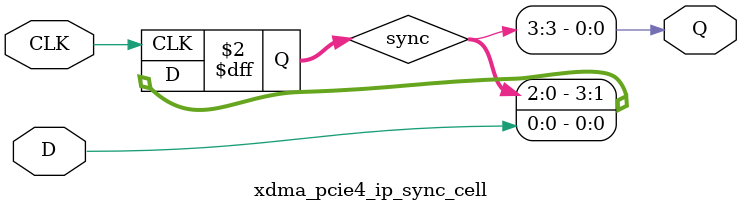
<source format=v>

`timescale 1ps / 1ps

(* DowngradeIPIdentifiedWarnings = "yes" *)
module xdma_pcie4_ip_sync_cell #
(
    parameter integer STAGE = 3
)
(
    //-------------------------------------------------------------------------- 
    //  Input Ports
    //-------------------------------------------------------------------------- 
    input                               CLK,
    input                               D,
    
    //-------------------------------------------------------------------------- 
    //  Output Ports
    //-------------------------------------------------------------------------- 
    output                              Q
);
    //-------------------------------------------------------------------------- 
    //  Synchronized Signals
    //--------------------------------------------------------------------------  
    (* ASYNC_REG = "TRUE", SHIFT_EXTRACT = "NO" *) reg [STAGE:0] sync;                                                            



//--------------------------------------------------------------------------------------------------
//  Synchronizier
//--------------------------------------------------------------------------------------------------
always @ (posedge CLK)
begin

    sync <= {sync[(STAGE-1):0], D};
            
end   



//--------------------------------------------------------------------------------------------------
//  Generate Output
//--------------------------------------------------------------------------------------------------
assign Q = sync[STAGE];



endmodule

</source>
